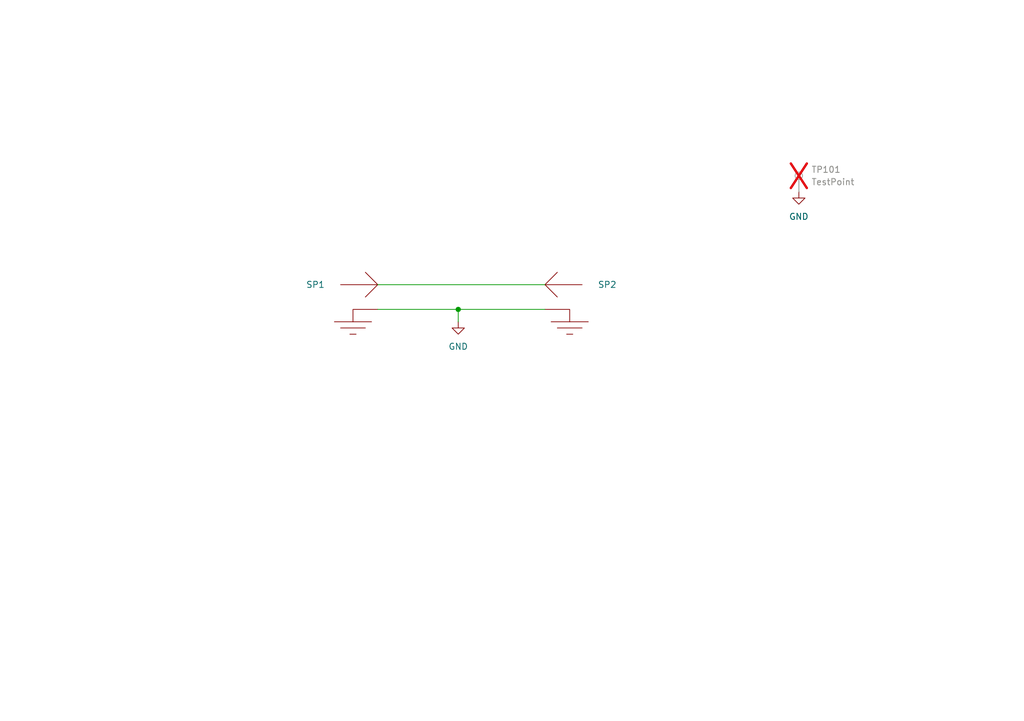
<source format=kicad_sch>
(kicad_sch
	(version 20231120)
	(generator "eeschema")
	(generator_version "8.0")
	(uuid "fb78e210-299c-4ada-a64d-208900768eb0")
	(paper "A5")
	(lib_symbols
		(symbol "Connector:TestPoint"
			(pin_numbers hide)
			(pin_names
				(offset 0.762) hide)
			(exclude_from_sim no)
			(in_bom yes)
			(on_board yes)
			(property "Reference" "TP"
				(at 0 6.858 0)
				(effects
					(font
						(size 1.27 1.27)
					)
				)
			)
			(property "Value" "TestPoint"
				(at 0 5.08 0)
				(effects
					(font
						(size 1.27 1.27)
					)
				)
			)
			(property "Footprint" ""
				(at 5.08 0 0)
				(effects
					(font
						(size 1.27 1.27)
					)
					(hide yes)
				)
			)
			(property "Datasheet" "~"
				(at 5.08 0 0)
				(effects
					(font
						(size 1.27 1.27)
					)
					(hide yes)
				)
			)
			(property "Description" "test point"
				(at 0 0 0)
				(effects
					(font
						(size 1.27 1.27)
					)
					(hide yes)
				)
			)
			(property "ki_keywords" "test point tp"
				(at 0 0 0)
				(effects
					(font
						(size 1.27 1.27)
					)
					(hide yes)
				)
			)
			(property "ki_fp_filters" "Pin* Test*"
				(at 0 0 0)
				(effects
					(font
						(size 1.27 1.27)
					)
					(hide yes)
				)
			)
			(symbol "TestPoint_0_1"
				(circle
					(center 0 3.302)
					(radius 0.762)
					(stroke
						(width 0)
						(type default)
					)
					(fill
						(type none)
					)
				)
			)
			(symbol "TestPoint_1_1"
				(pin passive line
					(at 0 0 90)
					(length 2.54)
					(name "1"
						(effects
							(font
								(size 1.27 1.27)
							)
						)
					)
					(number "1"
						(effects
							(font
								(size 1.27 1.27)
							)
						)
					)
				)
			)
		)
		(symbol "SRS_sim:SimPort"
			(exclude_from_sim no)
			(in_bom yes)
			(on_board yes)
			(property "Reference" "SP"
				(at 0 0 0)
				(do_not_autoplace)
				(effects
					(font
						(size 1.27 1.27)
					)
				)
			)
			(property "Value" "Simulation_Port "
				(at 5.334 4.064 0)
				(effects
					(font
						(size 1.27 1.27)
					)
				)
			)
			(property "Footprint" ""
				(at 0 0 0)
				(effects
					(font
						(size 1.27 1.27)
					)
					(hide yes)
				)
			)
			(property "Datasheet" ""
				(at 0 0 0)
				(effects
					(font
						(size 1.27 1.27)
					)
					(hide yes)
				)
			)
			(property "Description" ""
				(at 0 0 0)
				(effects
					(font
						(size 1.27 1.27)
					)
					(hide yes)
				)
			)
			(symbol "SimPort_0_1"
				(polyline
					(pts
						(xy 1.27 -7.62) (xy 8.89 -7.62)
					)
					(stroke
						(width 0)
						(type default)
					)
					(fill
						(type none)
					)
				)
				(polyline
					(pts
						(xy 2.54 -8.89) (xy 7.62 -8.89)
					)
					(stroke
						(width 0)
						(type default)
					)
					(fill
						(type none)
					)
				)
				(polyline
					(pts
						(xy 4.445 -10.16) (xy 5.715 -10.16)
					)
					(stroke
						(width 0)
						(type default)
					)
					(fill
						(type none)
					)
				)
				(polyline
					(pts
						(xy 10.16 0) (xy 7.62 -2.54)
					)
					(stroke
						(width 0)
						(type default)
					)
					(fill
						(type none)
					)
				)
				(polyline
					(pts
						(xy 2.54 0) (xy 10.16 0) (xy 7.62 2.54)
					)
					(stroke
						(width 0)
						(type default)
					)
					(fill
						(type none)
					)
				)
				(polyline
					(pts
						(xy 10.16 -5.08) (xy 5.08 -5.08) (xy 5.08 -7.62)
					)
					(stroke
						(width 0)
						(type default)
					)
					(fill
						(type none)
					)
				)
			)
		)
		(symbol "power:GND"
			(power)
			(pin_numbers hide)
			(pin_names
				(offset 0) hide)
			(exclude_from_sim no)
			(in_bom yes)
			(on_board yes)
			(property "Reference" "#PWR"
				(at 0 -6.35 0)
				(effects
					(font
						(size 1.27 1.27)
					)
					(hide yes)
				)
			)
			(property "Value" "GND"
				(at 0 -3.81 0)
				(effects
					(font
						(size 1.27 1.27)
					)
				)
			)
			(property "Footprint" ""
				(at 0 0 0)
				(effects
					(font
						(size 1.27 1.27)
					)
					(hide yes)
				)
			)
			(property "Datasheet" ""
				(at 0 0 0)
				(effects
					(font
						(size 1.27 1.27)
					)
					(hide yes)
				)
			)
			(property "Description" "Power symbol creates a global label with name \"GND\" , ground"
				(at 0 0 0)
				(effects
					(font
						(size 1.27 1.27)
					)
					(hide yes)
				)
			)
			(property "ki_keywords" "global power"
				(at 0 0 0)
				(effects
					(font
						(size 1.27 1.27)
					)
					(hide yes)
				)
			)
			(symbol "GND_0_1"
				(polyline
					(pts
						(xy 0 0) (xy 0 -1.27) (xy 1.27 -1.27) (xy 0 -2.54) (xy -1.27 -1.27) (xy 0 -1.27)
					)
					(stroke
						(width 0)
						(type default)
					)
					(fill
						(type none)
					)
				)
			)
			(symbol "GND_1_1"
				(pin power_in line
					(at 0 0 270)
					(length 0)
					(name "~"
						(effects
							(font
								(size 1.27 1.27)
							)
						)
					)
					(number "1"
						(effects
							(font
								(size 1.27 1.27)
							)
						)
					)
				)
			)
		)
	)
	(junction
		(at 93.98 63.5)
		(diameter 0)
		(color 0 0 0 0)
		(uuid "328cdc7b-395c-4e29-b842-2d0a1c553b3c")
	)
	(wire
		(pts
			(xy 93.98 66.04) (xy 93.98 63.5)
		)
		(stroke
			(width 0)
			(type default)
		)
		(uuid "b03cd552-a129-4135-af6a-effb3956e304")
	)
	(wire
		(pts
			(xy 93.98 63.5) (xy 111.76 63.5)
		)
		(stroke
			(width 0)
			(type default)
		)
		(uuid "d7609ce3-0f88-4465-8bcd-50af4e980aaa")
	)
	(wire
		(pts
			(xy 77.47 63.5) (xy 93.98 63.5)
		)
		(stroke
			(width 0)
			(type default)
		)
		(uuid "eca1592b-ab7a-4ee4-bb07-d6c514e9d5b2")
	)
	(wire
		(pts
			(xy 77.47 58.42) (xy 111.76 58.42)
		)
		(stroke
			(width 0)
			(type default)
		)
		(uuid "fc1ee9bd-1091-436a-9b10-c7f2477df067")
	)
	(symbol
		(lib_id "SRS_sim:SimPort")
		(at 121.92 58.42 0)
		(mirror y)
		(unit 1)
		(exclude_from_sim no)
		(in_bom yes)
		(on_board yes)
		(dnp no)
		(uuid "13c959f7-fbfb-412b-aedb-f926d185d8db")
		(property "Reference" "SP2"
			(at 126.492 58.42 0)
			(effects
				(font
					(size 1.27 1.27)
				)
				(justify left)
			)
		)
		(property "Value" "Simulation_Port"
			(at 110.49 59.69 0)
			(effects
				(font
					(size 1.27 1.27)
				)
				(justify left)
				(hide yes)
			)
		)
		(property "Footprint" "SRS_sim:Simulation_Port"
			(at 121.92 58.42 0)
			(effects
				(font
					(size 1.27 1.27)
				)
				(hide yes)
			)
		)
		(property "Datasheet" ""
			(at 121.92 58.42 0)
			(effects
				(font
					(size 1.27 1.27)
				)
				(hide yes)
			)
		)
		(property "Description" ""
			(at 121.92 58.42 0)
			(effects
				(font
					(size 1.27 1.27)
				)
				(hide yes)
			)
		)
		(instances
			(project "basic"
				(path "/fb78e210-299c-4ada-a64d-208900768eb0"
					(reference "SP2")
					(unit 1)
				)
			)
		)
	)
	(symbol
		(lib_id "power:GND")
		(at 93.98 66.04 0)
		(unit 1)
		(exclude_from_sim no)
		(in_bom yes)
		(on_board yes)
		(dnp no)
		(fields_autoplaced yes)
		(uuid "29a91ade-35f6-470a-91f2-1986f795fb2e")
		(property "Reference" "#PWR0101"
			(at 93.98 72.39 0)
			(effects
				(font
					(size 1.27 1.27)
				)
				(hide yes)
			)
		)
		(property "Value" "GND"
			(at 93.98 71.12 0)
			(effects
				(font
					(size 1.27 1.27)
				)
			)
		)
		(property "Footprint" ""
			(at 93.98 66.04 0)
			(effects
				(font
					(size 1.27 1.27)
				)
				(hide yes)
			)
		)
		(property "Datasheet" ""
			(at 93.98 66.04 0)
			(effects
				(font
					(size 1.27 1.27)
				)
				(hide yes)
			)
		)
		(property "Description" "Power symbol creates a global label with name \"GND\" , ground"
			(at 93.98 66.04 0)
			(effects
				(font
					(size 1.27 1.27)
				)
				(hide yes)
			)
		)
		(pin "1"
			(uuid "1987b686-f6a2-4711-9226-419ab33162c3")
		)
		(instances
			(project "basic"
				(path "/fb78e210-299c-4ada-a64d-208900768eb0"
					(reference "#PWR0101")
					(unit 1)
				)
			)
		)
	)
	(symbol
		(lib_id "SRS_sim:SimPort")
		(at 67.31 58.42 0)
		(unit 1)
		(exclude_from_sim no)
		(in_bom yes)
		(on_board yes)
		(dnp no)
		(uuid "5ea0fc0f-dcfb-4b44-b777-9a224fe719ba")
		(property "Reference" "SP1"
			(at 62.738 58.42 0)
			(effects
				(font
					(size 1.27 1.27)
				)
				(justify left)
			)
		)
		(property "Value" "Simulation_Port"
			(at 78.74 59.69 0)
			(effects
				(font
					(size 1.27 1.27)
				)
				(justify left)
				(hide yes)
			)
		)
		(property "Footprint" "SRS_sim:Simulation_Port"
			(at 67.31 58.42 0)
			(effects
				(font
					(size 1.27 1.27)
				)
				(hide yes)
			)
		)
		(property "Datasheet" ""
			(at 67.31 58.42 0)
			(effects
				(font
					(size 1.27 1.27)
				)
				(hide yes)
			)
		)
		(property "Description" ""
			(at 67.31 58.42 0)
			(effects
				(font
					(size 1.27 1.27)
				)
				(hide yes)
			)
		)
		(instances
			(project "basic"
				(path "/fb78e210-299c-4ada-a64d-208900768eb0"
					(reference "SP1")
					(unit 1)
				)
			)
		)
	)
	(symbol
		(lib_id "power:GND")
		(at 163.83 39.37 0)
		(unit 1)
		(exclude_from_sim no)
		(in_bom yes)
		(on_board yes)
		(dnp no)
		(fields_autoplaced yes)
		(uuid "81ef7ee5-67e9-467d-b452-5561990d8357")
		(property "Reference" "#PWR0102"
			(at 163.83 45.72 0)
			(effects
				(font
					(size 1.27 1.27)
				)
				(hide yes)
			)
		)
		(property "Value" "GND"
			(at 163.83 44.45 0)
			(effects
				(font
					(size 1.27 1.27)
				)
			)
		)
		(property "Footprint" ""
			(at 163.83 39.37 0)
			(effects
				(font
					(size 1.27 1.27)
				)
				(hide yes)
			)
		)
		(property "Datasheet" ""
			(at 163.83 39.37 0)
			(effects
				(font
					(size 1.27 1.27)
				)
				(hide yes)
			)
		)
		(property "Description" "Power symbol creates a global label with name \"GND\" , ground"
			(at 163.83 39.37 0)
			(effects
				(font
					(size 1.27 1.27)
				)
				(hide yes)
			)
		)
		(pin "1"
			(uuid "178b1f3d-565c-4a33-b08e-47863c5c99e6")
		)
		(instances
			(project "basic"
				(path "/fb78e210-299c-4ada-a64d-208900768eb0"
					(reference "#PWR0102")
					(unit 1)
				)
			)
		)
	)
	(symbol
		(lib_id "Connector:TestPoint")
		(at 163.83 39.37 0)
		(unit 1)
		(exclude_from_sim no)
		(in_bom yes)
		(on_board yes)
		(dnp yes)
		(fields_autoplaced yes)
		(uuid "b3ab635a-dd91-429c-b3b8-084bbb2d2d91")
		(property "Reference" "TP101"
			(at 166.37 34.7979 0)
			(effects
				(font
					(size 1.27 1.27)
				)
				(justify left)
			)
		)
		(property "Value" "TestPoint"
			(at 166.37 37.3379 0)
			(effects
				(font
					(size 1.27 1.27)
				)
				(justify left)
			)
		)
		(property "Footprint" "TestPoint:TestPoint_Pad_1.0x1.0mm"
			(at 168.91 39.37 0)
			(effects
				(font
					(size 1.27 1.27)
				)
				(hide yes)
			)
		)
		(property "Datasheet" "~"
			(at 168.91 39.37 0)
			(effects
				(font
					(size 1.27 1.27)
				)
				(hide yes)
			)
		)
		(property "Description" "test point"
			(at 163.83 39.37 0)
			(effects
				(font
					(size 1.27 1.27)
				)
				(hide yes)
			)
		)
		(pin "1"
			(uuid "12c85983-5836-4efb-8797-0a8dbf9aaaf3")
		)
		(instances
			(project "basic"
				(path "/fb78e210-299c-4ada-a64d-208900768eb0"
					(reference "TP101")
					(unit 1)
				)
			)
		)
	)
	(sheet_instances
		(path "/"
			(page "1")
		)
	)
)
</source>
